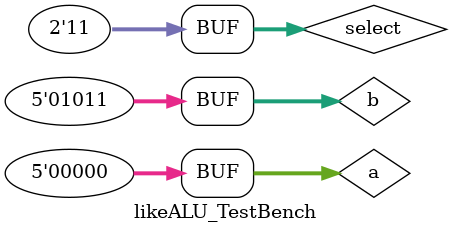
<source format=v>
`define DELAY 20
module likeALU_TestBench();
	// Declaring variables
	reg [4:0]a, b;
	reg [1:0]select;
	wire [4:0]result;
	
	// Calling module to test
	likeALU alu(result, a, b, select);
	
	
	// Test values
	initial begin
		a = 5'b10001; b = 5'b01010; select = 2'b00;
		#`DELAY;
		a = 5'b00010; b = 5'b11010; select = 2'b00;
		#`DELAY;
		a = 5'b00111; b = 5'b01101; select = 2'b01;
		#`DELAY;
		a = 5'b00110; b = 5'b10001; select = 2'b01;
		#`DELAY;
		a = 5'b11000; b = 5'b00000; select = 2'b10;
		#`DELAY;
		a = 5'b10011; b = 5'b00100; select = 2'b10;
		#`DELAY;
		a = 5'b00001; b = 5'b00111; select = 2'b11;
		#`DELAY;
		a = 5'b00000; b = 5'b01011; select = 2'b11;
	end
	
	
	// Monitoring changes
	initial begin
		$monitor("Time=%2d, a=%5b, b=%5b, select=%2b, result=%5b", $time, a, b, select, result);
	end
 
endmodule
</source>
